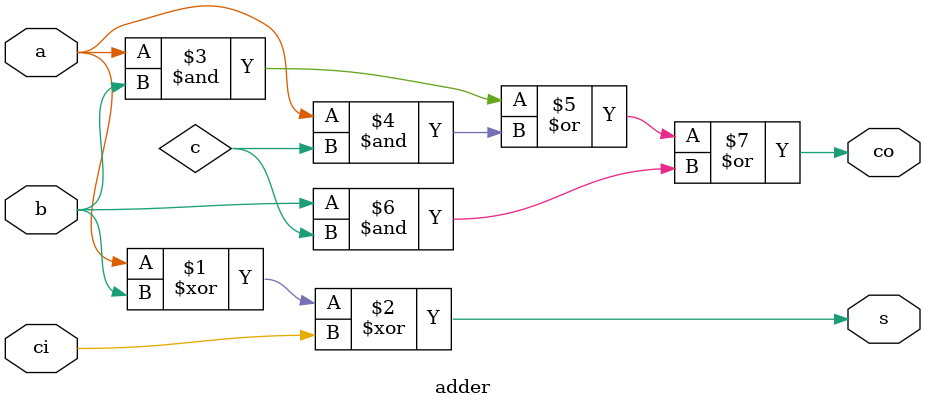
<source format=v>

module nb_csa(X, Y, Z, S, Cout);

    parameter n = 4;

    input  [n-1:0] X, Y, Z;
    output [n-1:0] S, Cout;

    genvar i;
    generate
        for (i=0; i<n; i=i+1) begin : ADDER
            adder a(.a(X[i]), .b(Y[i]), .ci(Z[i]), .s(S[i]), .co(Cout[i]));
        end
    endgenerate

endmodule

module adder(a, b, ci, s, co);
    input a, b, ci;
    output s, co;

    assign s = a^b^ci;
    assign co = (a&b) | (a&c) | (b&c);
endmodule

</source>
